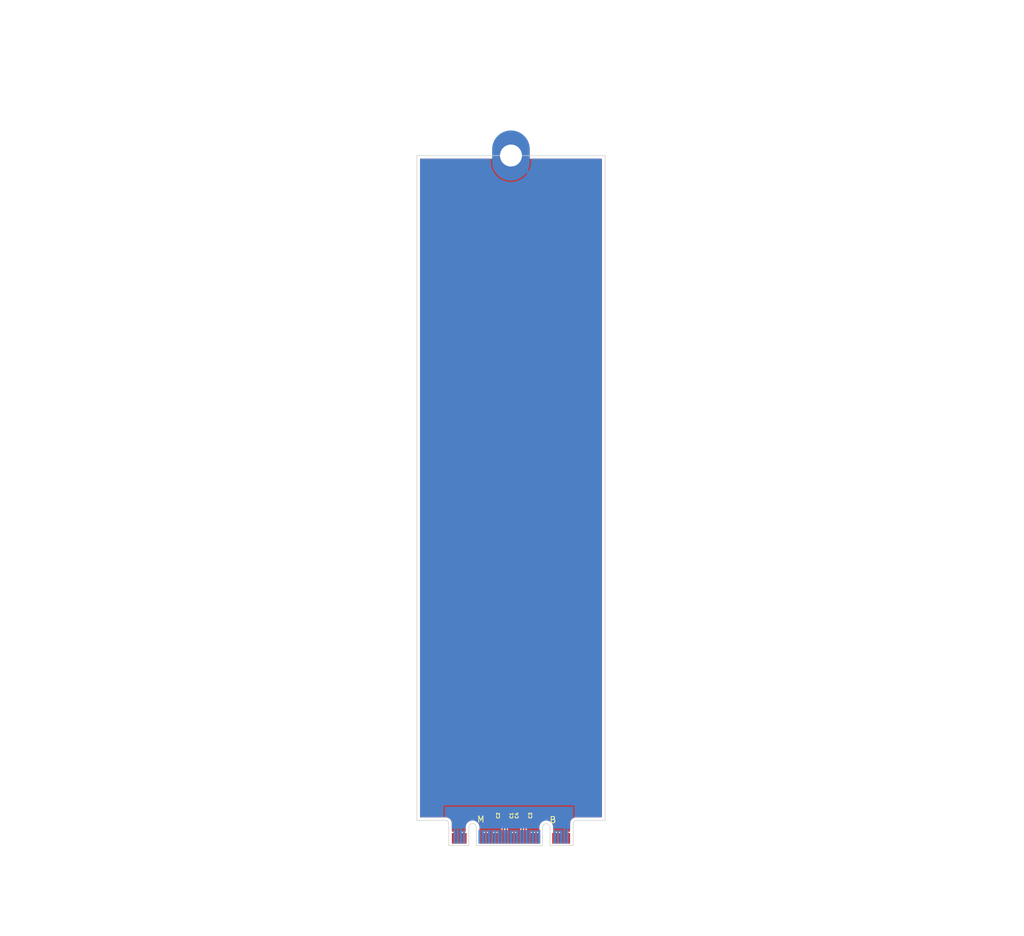
<source format=kicad_pcb>
(kicad_pcb (version 20241229) (generator "pcbnew") (generator_version "9.0")
  (layers (0 "F.Cu" signal) (2 "B.Cu" signal) (13 "F.Paste" user) (15 "B.Paste" user) (5 "F.SilkS" user "F.Silkscreen") (7 "B.SilkS" user "B.Silkscreen") (1 "F.Mask" user) (3 "B.Mask" user) (25 "Edge.Cuts" user))
  (net 0 "")
  (net 1 "/M.2 B+M Key/PET0N")
  (net 2 "/M.2 B+M Key/PET1N")
  (net 3 "/M.2 B+M Key/PET1P")
  (net 4 "/M.2 B+M Key/PET0P")
  (net 5 "/PET0+")
  (net 6 "GND")
  (net 7 "/PET1-")
  (net 8 "/PET1+")
  (net 9 "/CONFIG_3")
  (net 10 "+3.3V")
  (net 11 "/FULL_CARD_PWR_OFF#")
  (net 12 "/USB_D+")
  (net 13 "/W_DISABLE1#")
  (net 14 "/USB_D-")
  (net 15 "/GPIO_9{slash}LED#1")
  (net 16 "/GPIO_5")
  (net 17 "/CONFIG_0")
  (net 18 "/GPIO_6")
  (net 19 "/DPR")
  (net 20 "/GPIO_7")
  (net 21 "/GPIO_11")
  (net 22 "/GPIO_10")
  (net 23 "/GPIO_8")
  (net 24 "/UIM-RESET")
  (net 25 "/UIM-CLK")
  (net 26 "/UIM-DATA")
  (net 27 "/PER1-")
  (net 28 "/UIM-PWR")
  (net 29 "/PER1+")
  (net 30 "/DEVSLP")
  (net 31 "/GPIO_0")
  (net 32 "/GPIO_1")
  (net 33 "/GPIO_2")
  (net 34 "/GPIO_3")
  (net 35 "/PER0-")
  (net 36 "/GPIO_4")
  (net 37 "/PER0+")
  (net 38 "/PERST#")
  (net 39 "/CLKREQ#")
  (net 40 "/REFCLK-")
  (net 41 "/PEWAKE#")
  (net 42 "/REFCLK+")
  (net 45 "/RESET#")
  (net 46 "/SUSCLK")
  (net 47 "/CONFIG_1")
  (net 48 "/CONFIG_2")
  (net 49 "/PET0-")
  (footprint "Capacitor_SMD:C_0201_0603Metric" (layer "F.Cu") (at 110.66 154.57 90)
    (property "Reference" "C4" (at 0 -0.71 90) (layer "F.SilkS") (effects (font (size 0.5 0.5))))
    (property "Value" "220nF")
    (pad "1" smd roundrect (at -0.32 0 90) (size 0.46 0.4) (layers "F.Cu" "F.Mask") (net 3 "/M.2 B+M Key/PET1P"))
    (pad "2" smd roundrect (at 0.32 0 90) (size 0.46 0.4) (layers "F.Cu" "F.Mask") (net 8 "/PET1+"))
  )
  (footprint "Athena KiCAd library:M.2 Mounting Pad" (layer "F.Cu") (at 109.01 49.34)
    (property "Reference" "H1")
    (property "Value" "MountingHole_Pad")
    (pad "1" thru_hole circle (at 0 0) (size 5.5 5.5) (drill 3.5) (property pad_prop_castellated) (layers "*.Cu" "*.Mask") (net 6 "GND") (padstack (mode front_inner_back) (layer "Inner" (shape circle) (size 5.5 5.5)) (layer "B.Cu" (shape oval) (size 6 8))))
  )
  (footprint "PCIexpress:M.2 B+M Key Connector" (layer "F.Cu") (at 109.01 158.23)
    (property "Reference" "J1")
    (property "Value" "~")
    (fp_line (start -11 -2.89) (end -10.425 -2.89) (stroke (width 0.1)) (layer "Edge.Cuts"))
    (fp_line (start -9.925 -2.39) (end -9.925 1.11) (stroke (width 0.1)) (layer "Edge.Cuts"))
    (fp_line (start -6.72 -1.79) (end -6.72 1.11) (stroke (width 0.1)) (layer "Edge.Cuts"))
    (fp_line (start -6.72 1.11) (end -9.925 1.11) (stroke (width 0.1)) (layer "Edge.Cuts"))
    (fp_line (start -5.52 -1.79) (end -5.52 1.11) (stroke (width 0.1)) (layer "Edge.Cuts"))
    (fp_line (start -5.52 1.11) (end 5.03 1.11) (stroke (width 0.1)) (layer "Edge.Cuts"))
    (fp_line (start 5.03 -1.79) (end 5.03 1.11) (stroke (width 0.1)) (layer "Edge.Cuts"))
    (fp_line (start 6.23 -1.79) (end 6.23 1.11) (stroke (width 0.1)) (layer "Edge.Cuts"))
    (fp_line (start 6.23 1.11) (end 9.925 1.11) (stroke (width 0.1)) (layer "Edge.Cuts"))
    (fp_line (start 9.925 -2.39) (end 9.925 1.11) (stroke (width 0.1)) (layer "Edge.Cuts"))
    (fp_line (start 10.425 -2.89) (end 11 -2.89) (stroke (width 0.1)) (layer "Edge.Cuts"))
    (fp_arc (start -10.425 -2.89) (mid -10.071447 -2.743553) (end -9.925 -2.39) (stroke (width 0.1)) (layer "Edge.Cuts"))
    (fp_arc (start -6.72 -1.79) (mid -6.12 -2.39) (end -5.52 -1.79) (stroke (width 0.1)) (layer "Edge.Cuts"))
    (fp_arc (start 5.03 -1.79) (mid 5.63 -2.39) (end 6.23 -1.79) (stroke (width 0.1)) (layer "Edge.Cuts"))
    (fp_arc (start 9.925 -2.39) (mid 10.071447 -2.743553) (end 10.425 -2.89) (stroke (width 0.1)) (layer "Edge.Cuts"))
    (fp_text user "B" (at 6.085 -2.395 0) (layer "F.SilkS") (effects (justify left bottom)))
    (fp_text user "M" (at -5.475 -2.49 0) (layer "F.SilkS") (effects (justify left bottom)))
    (pad "1" smd rect (at 9.25 -0.04 180) (size 0.35 1.7) (layers "F.Cu") (net 9 "/CONFIG_3"))
    (pad "2" smd rect (at 9 -0.29 180) (size 0.35 2.2) (layers "B.Cu") (net 10 "+3.3V"))
    (pad "3" smd rect (at 8.75 -0.04 180) (size 0.35 1.7) (layers "F.Cu") (net 6 "GND"))
    (pad "4" smd rect (at 8.5 -0.29 180) (size 0.35 2.2) (layers "B.Cu") (net 10 "+3.3V"))
    (pad "5" smd rect (at 8.25 -0.04 180) (size 0.35 1.7) (layers "F.Cu") (net 6 "GND"))
    (pad "6" smd rect (at 8 -0.29 180) (size 0.35 2.2) (layers "B.Cu") (net 11 "/FULL_CARD_PWR_OFF#"))
    (pad "7" smd rect (at 7.75 -0.04 180) (size 0.35 1.7) (layers "F.Cu") (net 12 "/USB_D+"))
    (pad "8" smd rect (at 7.5 -0.29 180) (size 0.35 2.2) (layers "B.Cu") (net 13 "/W_DISABLE1#"))
    (pad "9" smd rect (at 7.25 -0.04 180) (size 0.35 1.7) (layers "F.Cu") (net 14 "/USB_D-"))
    (pad "10" smd rect (at 7 -0.29 180) (size 0.35 2.2) (layers "B.Cu") (net 15 "/GPIO_9{slash}LED#1"))
    (pad "11" smd rect (at 6.75 -0.04 180) (size 0.35 1.7) (layers "F.Cu") (net 6 "GND"))
    (pad "20" smd rect (at 4.5 -0.29 180) (size 0.35 2.2) (layers "B.Cu") (net 16 "/GPIO_5"))
    (pad "21" smd rect (at 4.25 -0.04 180) (size 0.35 1.7) (layers "F.Cu") (net 17 "/CONFIG_0"))
    (pad "22" smd rect (at 4 -0.29 180) (size 0.35 2.2) (layers "B.Cu") (net 18 "/GPIO_6"))
    (pad "23" smd rect (at 3.75 -0.04 180) (size 0.35 1.7) (layers "F.Cu") (net 19 "/DPR"))
    (pad "24" smd rect (at 3.5 -0.29 180) (size 0.35 2.2) (layers "B.Cu") (net 20 "/GPIO_7"))
    (pad "25" smd rect (at 3.25 -0.04 180) (size 0.35 1.7) (layers "F.Cu") (net 21 "/GPIO_11"))
    (pad "26" smd rect (at 3 -0.29 180) (size 0.35 2.2) (layers "B.Cu") (net 22 "/GPIO_10"))
    (pad "27" smd rect (at 2.75 -0.04 180) (size 0.35 1.7) (layers "F.Cu") (net 6 "GND"))
    (pad "28" smd rect (at 2.5 -0.29 180) (size 0.35 2.2) (layers "B.Cu") (net 23 "/GPIO_8"))
    (pad "29" smd rect (at 2.25 -0.04 180) (size 0.35 1.7) (layers "F.Cu") (net 2 "/M.2 B+M Key/PET1N"))
    (pad "30" smd rect (at 2 -0.29 180) (size 0.35 2.2) (layers "B.Cu") (net 24 "/UIM-RESET"))
    (pad "31" smd rect (at 1.75 -0.04 180) (size 0.35 1.7) (layers "F.Cu") (net 3 "/M.2 B+M Key/PET1P"))
    (pad "32" smd rect (at 1.5 -0.29 180) (size 0.35 2.2) (layers "B.Cu") (net 25 "/UIM-CLK"))
    (pad "33" smd rect (at 1.25 -0.04 180) (size 0.35 1.7) (layers "F.Cu") (net 6 "GND"))
    (pad "34" smd rect (at 1 -0.29 180) (size 0.35 2.2) (layers "B.Cu") (net 26 "/UIM-DATA"))
    (pad "35" smd rect (at 0.75 -0.04 180) (size 0.35 1.7) (layers "F.Cu") (net 27 "/PER1-"))
    (pad "36" smd rect (at 0.5 -0.29 180) (size 0.35 2.2) (layers "B.Cu") (net 28 "/UIM-PWR"))
    (pad "37" smd rect (at 0.25 -0.04 180) (size 0.35 1.7) (layers "F.Cu") (net 29 "/PER1+"))
    (pad "38" smd rect (at 0 -0.29 180) (size 0.35 2.2) (layers "B.Cu") (net 30 "/DEVSLP"))
    (pad "39" smd rect (at -0.25 -0.04 180) (size 0.35 1.7) (layers "F.Cu") (net 6 "GND"))
    (pad "40" smd rect (at -0.5 -0.29 180) (size 0.35 2.2) (layers "B.Cu") (net 31 "/GPIO_0"))
    (pad "41" smd rect (at -0.75 -0.04 180) (size 0.35 1.7) (layers "F.Cu") (net 1 "/M.2 B+M Key/PET0N"))
    (pad "42" smd rect (at -1 -0.29 180) (size 0.35 2.2) (layers "B.Cu") (net 32 "/GPIO_1"))
    (pad "43" smd rect (at -1.25 -0.04 180) (size 0.35 1.7) (layers "F.Cu") (net 4 "/M.2 B+M Key/PET0P"))
    (pad "44" smd rect (at -1.5 -0.29 180) (size 0.35 2.2) (layers "B.Cu") (net 33 "/GPIO_2"))
    (pad "45" smd rect (at -1.75 -0.04 180) (size 0.35 1.7) (layers "F.Cu") (net 6 "GND"))
    (pad "46" smd rect (at -2 -0.29 180) (size 0.35 2.2) (layers "B.Cu") (net 34 "/GPIO_3"))
    (pad "47" smd rect (at -2.25 -0.04 180) (size 0.35 1.7) (layers "F.Cu") (net 35 "/PER0-"))
    (pad "48" smd rect (at -2.5 -0.29 180) (size 0.35 2.2) (layers "B.Cu") (net 36 "/GPIO_4"))
    (pad "49" smd rect (at -2.75 -0.04 180) (size 0.35 1.7) (layers "F.Cu") (net 37 "/PER0+"))
    (pad "50" smd rect (at -3 -0.29 180) (size 0.35 2.2) (layers "B.Cu") (net 38 "/PERST#"))
    (pad "51" smd rect (at -3.25 -0.04 180) (size 0.35 1.7) (layers "F.Cu") (net 6 "GND"))
    (pad "52" smd rect (at -3.5 -0.29 180) (size 0.35 2.2) (layers "B.Cu") (net 39 "/CLKREQ#"))
    (pad "53" smd rect (at -3.75 -0.04 180) (size 0.35 1.7) (layers "F.Cu") (net 40 "/REFCLK-"))
    (pad "54" smd rect (at -4 -0.29 180) (size 0.35 2.2) (layers "B.Cu") (net 41 "/PEWAKE#"))
    (pad "55" smd rect (at -4.25 -0.04 180) (size 0.35 1.7) (layers "F.Cu") (net 42 "/REFCLK+"))
    (pad "56" smd rect (at -4.5 -0.29 180) (size 0.35 2.2) (layers "B.Cu"))
    (pad "57" smd rect (at -4.75 -0.04 180) (size 0.35 1.7) (layers "F.Cu") (net 6 "GND"))
    (pad "58" smd rect (at -5 -0.29 180) (size 0.35 2.2) (layers "B.Cu"))
    (pad "67" smd rect (at -7.25 -0.04 180) (size 0.35 1.7) (layers "F.Cu") (net 45 "/RESET#"))
    (pad "68" smd rect (at -7.5 -0.29 180) (size 0.35 2.2) (layers "B.Cu") (net 46 "/SUSCLK"))
    (pad "69" smd rect (at -7.75 -0.04 180) (size 0.35 1.7) (layers "F.Cu") (net 47 "/CONFIG_1"))
    (pad "70" smd rect (at -8 -0.29 180) (size 0.35 2.2) (layers "B.Cu") (net 10 "+3.3V"))
    (pad "71" smd rect (at -8.25 -0.04 180) (size 0.35 1.7) (layers "F.Cu") (net 6 "GND"))
    (pad "72" smd rect (at -8.5 -0.29 180) (size 0.35 2.2) (layers "B.Cu") (net 10 "+3.3V"))
    (pad "73" smd rect (at -8.75 -0.04 180) (size 0.35 1.7) (layers "F.Cu") (net 6 "GND"))
    (pad "74" smd rect (at -9 -0.29 180) (size 0.35 2.2) (layers "B.Cu") (net 10 "+3.3V"))
    (pad "75" smd rect (at -9.25 -0.04 180) (size 0.35 1.7) (layers "F.Cu") (net 48 "/CONFIG_2"))
  )
  (footprint "Capacitor_SMD:C_0201_0603Metric" (layer "F.Cu") (at 111.36 154.57 90)
    (property "Reference" "C3" (at 0 0.75 90) (layer "F.SilkS") (effects (font (size 0.5 0.5))))
    (property "Value" "220nF")
    (pad "1" smd roundrect (at -0.32 0 90) (size 0.46 0.4) (layers "F.Cu" "F.Mask") (net 2 "/M.2 B+M Key/PET1N"))
    (pad "2" smd roundrect (at 0.32 0 90) (size 0.46 0.4) (layers "F.Cu" "F.Mask") (net 7 "/PET1-"))
  )
  (footprint "Capacitor_SMD:C_0201_0603Metric" (layer "F.Cu") (at 107.66 154.57 90)
    (property "Reference" "C2" (at 0 -0.7 90) (layer "F.SilkS") (effects (font (size 0.5 0.5))))
    (property "Value" "220nF")
    (pad "1" smd roundrect (at -0.32 0 90) (size 0.46 0.4) (layers "F.Cu" "F.Mask") (net 4 "/M.2 B+M Key/PET0P"))
    (pad "2" smd roundrect (at 0.32 0 90) (size 0.46 0.4) (layers "F.Cu" "F.Mask") (net 5 "/PET0+"))
  )
  (footprint "Capacitor_SMD:C_0201_0603Metric" (layer "F.Cu") (at 108.36 154.57 90)
    (property "Reference" "C1" (at 0 0.73 90) (layer "F.SilkS") (effects (font (size 0.5 0.5))))
    (property "Value" "220nF")
    (pad "1" smd roundrect (at -0.32 0 90) (size 0.46 0.4) (layers "F.Cu" "F.Mask") (net 1 "/M.2 B+M Key/PET0N"))
    (pad "2" smd roundrect (at 0.32 0 90) (size 0.46 0.4) (layers "F.Cu" "F.Mask") (net 49 "/PET0-"))
  )
  (gr_line (start 120.01 155.34) (end 124.01 155.34) (stroke (width 0.1)) (layer "Edge.Cuts"))
  (gr_line (start 124.01 155.34) (end 124.01 49.34) (stroke (width 0.1)) (layer "Edge.Cuts"))
  (gr_line (start 124.01 49.34) (end 94.01 49.34) (stroke (width 0.1)) (layer "Edge.Cuts"))
  (gr_line (start 94.01 49.34) (end 94.01 155.34) (stroke (width 0.1)) (layer "Edge.Cuts"))
  (gr_line (start 98.01 155.34) (end 94.01 155.34) (stroke (width 0.1)) (layer "Edge.Cuts"))
  (segment (start 108.235 155.360001) (end 108.36 155.235001) (width 0.2) (layer "F.Cu") (net 1))
  (segment (start 108.26 156.914999) (end 108.235 156.889999) (width 0.2) (layer "F.Cu") (net 1))
  (segment (start 108.36 155.235001) (end 108.36 154.89) (width 0.2) (layer "F.Cu") (net 1))
  (segment (start 108.26 158.19) (end 108.26 156.914999) (width 0.2) (layer "F.Cu") (net 1))
  (segment (start 108.235 156.889999) (end 108.235 155.360001) (width 0.2) (layer "F.Cu") (net 1))
  (segment (start 111.26 156.914999) (end 111.235 156.889999) (width 0.2) (layer "F.Cu") (net 2))
  (segment (start 111.235 155.360001) (end 111.36 155.235001) (width 0.2) (layer "F.Cu") (net 2))
  (segment (start 111.26 158.19) (end 111.26 156.914999) (width 0.2) (layer "F.Cu") (net 2))
  (segment (start 111.36 155.235001) (end 111.36 154.89) (width 0.2) (layer "F.Cu") (net 2))
  (segment (start 111.235 156.889999) (end 111.235 155.360001) (width 0.2) (layer "F.Cu") (net 2))
  (segment (start 110.66 155.235001) (end 110.66 154.89) (width 0.2) (layer "F.Cu") (net 3))
  (segment (start 110.76 158.19) (end 110.76 156.914999) (width 0.2) (layer "F.Cu") (net 3))
  (segment (start 110.785 156.889999) (end 110.785 155.360001) (width 0.2) (layer "F.Cu") (net 3))
  (segment (start 110.785 155.360001) (end 110.66 155.235001) (width 0.2) (layer "F.Cu") (net 3))
  (segment (start 110.76 156.914999) (end 110.785 156.889999) (width 0.2) (layer "F.Cu") (net 3))
  (segment (start 107.76 156.914999) (end 107.785 156.889999) (width 0.2) (layer "F.Cu") (net 4))
  (segment (start 107.785 156.889999) (end 107.785 155.360001) (width 0.2) (layer "F.Cu") (net 4))
  (segment (start 107.76 158.19) (end 107.76 156.914999) (width 0.2) (layer "F.Cu") (net 4))
  (segment (start 107.66 155.235001) (end 107.66 154.89) (width 0.2) (layer "F.Cu") (net 4))
  (segment (start 107.785 155.360001) (end 107.66 155.235001) (width 0.2) (layer "F.Cu") (net 4))
  (zone (net 6) (net_name "GND") (layers "F.Cu" "B.Cu") (connect_pads (clearance 0.2)) (min_thickness 0.15) (fill yes (thermal_gap 0.2) (thermal_bridge_width 0.5))
    (polygon (pts (xy 124.01 157.73) (xy 124.01 49.34) (xy 94.01 49.34) (xy 94.01 157.73)))
  )
  (zone (net 10) (net_name "+3.3V") (layer "B.Cu") (priority 1) (connect_pads (clearance 0.2)) (min_thickness 0.1) (fill yes (thermal_gap 0.2) (thermal_bridge_width 0.25))
    (polygon (pts (xy 118.93 157.52) (xy 118.93 153.155) (xy 118.915 153.14) (xy 98.46 153.14) (xy 98.46 157.77) (xy 118.68 157.77)))
  )
)
</source>
